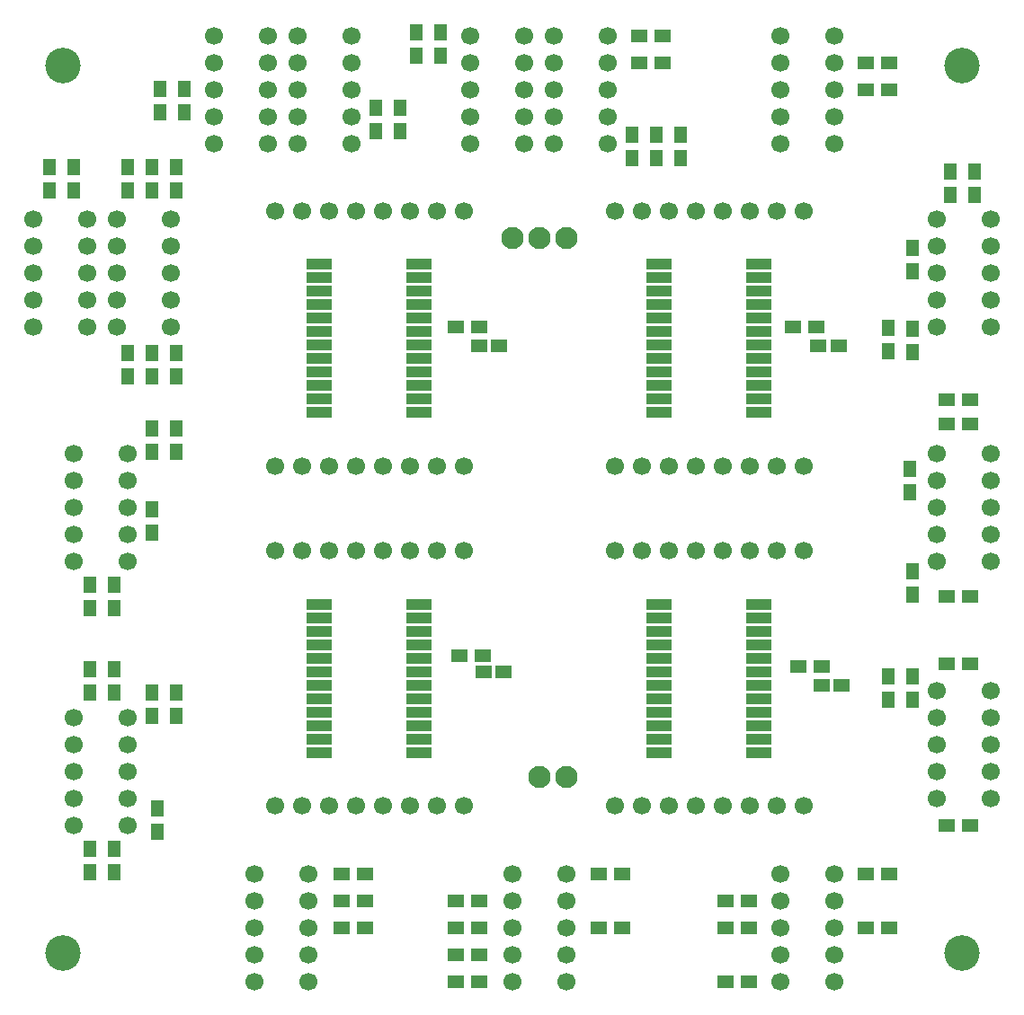
<source format=gbr>
G04 #@! TF.GenerationSoftware,KiCad,Pcbnew,(5.0.0)*
G04 #@! TF.CreationDate,2018-10-04T20:20:06-05:00*
G04 #@! TF.ProjectId,Conventional_Display,436F6E76656E74696F6E616C5F446973,rev?*
G04 #@! TF.SameCoordinates,Original*
G04 #@! TF.FileFunction,Soldermask,Bot*
G04 #@! TF.FilePolarity,Negative*
%FSLAX46Y46*%
G04 Gerber Fmt 4.6, Leading zero omitted, Abs format (unit mm)*
G04 Created by KiCad (PCBNEW (5.0.0)) date 10/04/18 20:20:06*
%MOMM*%
%LPD*%
G01*
G04 APERTURE LIST*
%ADD10C,1.700000*%
%ADD11C,3.346400*%
%ADD12R,1.600000X1.300000*%
%ADD13R,2.400000X1.000000*%
%ADD14R,1.600000X1.150000*%
%ADD15R,1.300000X1.600000*%
%ADD16C,2.100000*%
G04 APERTURE END LIST*
D10*
G04 #@! TO.C,U21*
X102235000Y-82943700D03*
X99695000Y-82943700D03*
X97155000Y-82943700D03*
X94615000Y-82943700D03*
X92075000Y-82943700D03*
X89535000Y-82943700D03*
X86995000Y-82943700D03*
X84455000Y-82943700D03*
X102235000Y-58940700D03*
X99695000Y-58940700D03*
X97155000Y-58940700D03*
X94615000Y-58940700D03*
X92075000Y-58940700D03*
X89535000Y-58940700D03*
X86995000Y-58940700D03*
X84455000Y-58940700D03*
G04 #@! TD*
D11*
G04 #@! TO.C,REF\002A\002A*
X149143720Y-128823720D03*
G04 #@! TD*
G04 #@! TO.C,REF\002A\002A*
X64470280Y-128823720D03*
G04 #@! TD*
G04 #@! TO.C,REF\002A\002A*
X64470280Y-45166280D03*
G04 #@! TD*
D10*
G04 #@! TO.C,U23*
X134266515Y-114973291D03*
X131726515Y-114973291D03*
X129186515Y-114973291D03*
X126646515Y-114973291D03*
X124106515Y-114973291D03*
X121566515Y-114973291D03*
X119026515Y-114973291D03*
X116486515Y-114973291D03*
X134266515Y-90970291D03*
X131726515Y-90970291D03*
X129186515Y-90970291D03*
X126646515Y-90970291D03*
X124106515Y-90970291D03*
X121566515Y-90970291D03*
X119026515Y-90970291D03*
X116486515Y-90970291D03*
G04 #@! TD*
D12*
G04 #@! TO.C,R63*
X103716000Y-69850000D03*
X101516000Y-69850000D03*
G04 #@! TD*
D10*
G04 #@! TO.C,U8*
X65532000Y-106680000D03*
X65532000Y-109220000D03*
X65532000Y-111760000D03*
X65532000Y-114300000D03*
X65532000Y-116840000D03*
X70612000Y-106680000D03*
X70612000Y-109220000D03*
X70612000Y-111760000D03*
X70612000Y-114300000D03*
X70612000Y-116840000D03*
G04 #@! TD*
G04 #@! TO.C,U4*
X146812000Y-104140000D03*
X146812000Y-106680000D03*
X146812000Y-109220000D03*
X146812000Y-111760000D03*
X146812000Y-114300000D03*
X151892000Y-104140000D03*
X151892000Y-106680000D03*
X151892000Y-109220000D03*
X151892000Y-111760000D03*
X151892000Y-114300000D03*
G04 #@! TD*
D13*
G04 #@! TO.C,U16*
X120674400Y-77914500D03*
X120674400Y-76644500D03*
X120674400Y-75374500D03*
X120674400Y-74104500D03*
X120674400Y-72834500D03*
X120674400Y-71564500D03*
X120674400Y-70294500D03*
X120674400Y-69024500D03*
X120674400Y-67754500D03*
X120674400Y-66484500D03*
X120674400Y-65214500D03*
X120674400Y-63944500D03*
X130074400Y-63944500D03*
X130074400Y-65214500D03*
X130074400Y-66484500D03*
X130074400Y-67754500D03*
X130074400Y-69024500D03*
X130074400Y-70294500D03*
X130074400Y-71564500D03*
X130074400Y-72834500D03*
X130074400Y-74104500D03*
X130074400Y-75374500D03*
X130074400Y-76644500D03*
X130074400Y-77914500D03*
G04 #@! TD*
D10*
G04 #@! TO.C,U20*
X134264400Y-82943700D03*
X131724400Y-82943700D03*
X129184400Y-82943700D03*
X126644400Y-82943700D03*
X124104400Y-82943700D03*
X121564400Y-82943700D03*
X119024400Y-82943700D03*
X116484400Y-82943700D03*
X134264400Y-58940700D03*
X131724400Y-58940700D03*
X129184400Y-58940700D03*
X126644400Y-58940700D03*
X124104400Y-58940700D03*
X121564400Y-58940700D03*
X119024400Y-58940700D03*
X116484400Y-58940700D03*
G04 #@! TD*
D14*
G04 #@! TO.C,C1*
X135636000Y-71628000D03*
X137536000Y-71628000D03*
G04 #@! TD*
G04 #@! TO.C,C2*
X103698000Y-71628000D03*
X105598000Y-71628000D03*
G04 #@! TD*
G04 #@! TO.C,C3*
X104104400Y-102362000D03*
X106004400Y-102362000D03*
G04 #@! TD*
G04 #@! TO.C,C4*
X135956000Y-103632000D03*
X137856000Y-103632000D03*
G04 #@! TD*
D12*
G04 #@! TO.C,R1*
X140124000Y-44958000D03*
X142324000Y-44958000D03*
G04 #@! TD*
G04 #@! TO.C,R2*
X140124000Y-47498000D03*
X142324000Y-47498000D03*
G04 #@! TD*
D15*
G04 #@! TO.C,R3*
X150368000Y-57404000D03*
X150368000Y-55204000D03*
G04 #@! TD*
G04 #@! TO.C,R4*
X148082000Y-57404000D03*
X148082000Y-55204000D03*
G04 #@! TD*
G04 #@! TO.C,R5*
X144526000Y-70020000D03*
X144526000Y-72220000D03*
G04 #@! TD*
G04 #@! TO.C,R6*
X142240000Y-69936000D03*
X142240000Y-72136000D03*
G04 #@! TD*
G04 #@! TO.C,R7*
X144526000Y-64600000D03*
X144526000Y-62400000D03*
G04 #@! TD*
D12*
G04 #@! TO.C,R8*
X149944000Y-76708000D03*
X147744000Y-76708000D03*
G04 #@! TD*
G04 #@! TO.C,R9*
X149944000Y-78994000D03*
X147744000Y-78994000D03*
G04 #@! TD*
G04 #@! TO.C,R10*
X149944000Y-95250000D03*
X147744000Y-95250000D03*
G04 #@! TD*
D15*
G04 #@! TO.C,R11*
X144526000Y-92880000D03*
X144526000Y-95080000D03*
G04 #@! TD*
G04 #@! TO.C,R12*
X144272000Y-85428000D03*
X144272000Y-83228000D03*
G04 #@! TD*
D12*
G04 #@! TO.C,R13*
X149944000Y-101600000D03*
X147744000Y-101600000D03*
G04 #@! TD*
G04 #@! TO.C,R14*
X149944000Y-116840000D03*
X147744000Y-116840000D03*
G04 #@! TD*
D15*
G04 #@! TO.C,R15*
X144526000Y-104986000D03*
X144526000Y-102786000D03*
G04 #@! TD*
G04 #@! TO.C,R16*
X142240000Y-104986000D03*
X142240000Y-102786000D03*
G04 #@! TD*
D12*
G04 #@! TO.C,R17*
X140124000Y-121412000D03*
X142324000Y-121412000D03*
G04 #@! TD*
G04 #@! TO.C,R18*
X140124000Y-126492000D03*
X142324000Y-126492000D03*
G04 #@! TD*
G04 #@! TO.C,R19*
X129116000Y-131572000D03*
X126916000Y-131572000D03*
G04 #@! TD*
G04 #@! TO.C,R20*
X129116000Y-123952000D03*
X126916000Y-123952000D03*
G04 #@! TD*
G04 #@! TO.C,R21*
X129116000Y-126492000D03*
X126916000Y-126492000D03*
G04 #@! TD*
G04 #@! TO.C,R22*
X114978000Y-121412000D03*
X117178000Y-121412000D03*
G04 #@! TD*
G04 #@! TO.C,R23*
X114978000Y-126492000D03*
X117178000Y-126492000D03*
G04 #@! TD*
G04 #@! TO.C,R24*
X103716000Y-131572000D03*
X101516000Y-131572000D03*
G04 #@! TD*
G04 #@! TO.C,R25*
X103716000Y-129032000D03*
X101516000Y-129032000D03*
G04 #@! TD*
G04 #@! TO.C,R26*
X103716000Y-123952000D03*
X101516000Y-123952000D03*
G04 #@! TD*
G04 #@! TO.C,R27*
X103716000Y-126492000D03*
X101516000Y-126492000D03*
G04 #@! TD*
G04 #@! TO.C,R28*
X90764000Y-121412000D03*
X92964000Y-121412000D03*
G04 #@! TD*
G04 #@! TO.C,R29*
X90764000Y-123952000D03*
X92964000Y-123952000D03*
G04 #@! TD*
G04 #@! TO.C,R30*
X90764000Y-126492000D03*
X92964000Y-126492000D03*
G04 #@! TD*
D15*
G04 #@! TO.C,R31*
X72898000Y-106510000D03*
X72898000Y-104310000D03*
G04 #@! TD*
G04 #@! TO.C,R32*
X75184000Y-106510000D03*
X75184000Y-104310000D03*
G04 #@! TD*
G04 #@! TO.C,R33*
X73406000Y-115232000D03*
X73406000Y-117432000D03*
G04 #@! TD*
G04 #@! TO.C,R34*
X67056000Y-119042000D03*
X67056000Y-121242000D03*
G04 #@! TD*
G04 #@! TO.C,R35*
X69342000Y-119042000D03*
X69342000Y-121242000D03*
G04 #@! TD*
G04 #@! TO.C,R36*
X67056000Y-104308000D03*
X67056000Y-102108000D03*
G04 #@! TD*
G04 #@! TO.C,R37*
X69342000Y-104308000D03*
X69342000Y-102108000D03*
G04 #@! TD*
G04 #@! TO.C,R38*
X72898000Y-81618000D03*
X72898000Y-79418000D03*
G04 #@! TD*
G04 #@! TO.C,R39*
X75184000Y-81618000D03*
X75184000Y-79418000D03*
G04 #@! TD*
G04 #@! TO.C,R40*
X72898000Y-87038000D03*
X72898000Y-89238000D03*
G04 #@! TD*
G04 #@! TO.C,R41*
X69342000Y-94150000D03*
X69342000Y-96350000D03*
G04 #@! TD*
G04 #@! TO.C,R42*
X67056000Y-94150000D03*
X67056000Y-96350000D03*
G04 #@! TD*
G04 #@! TO.C,R43*
X65532000Y-56980000D03*
X65532000Y-54780000D03*
G04 #@! TD*
G04 #@! TO.C,R44*
X63246000Y-56980000D03*
X63246000Y-54780000D03*
G04 #@! TD*
G04 #@! TO.C,R45*
X73660000Y-47414000D03*
X73660000Y-49614000D03*
G04 #@! TD*
G04 #@! TO.C,R46*
X75946000Y-47414000D03*
X75946000Y-49614000D03*
G04 #@! TD*
G04 #@! TO.C,R47*
X100076000Y-44280000D03*
X100076000Y-42080000D03*
G04 #@! TD*
G04 #@! TO.C,R48*
X97790000Y-44280000D03*
X97790000Y-42080000D03*
G04 #@! TD*
G04 #@! TO.C,R49*
X75184000Y-56980000D03*
X75184000Y-54780000D03*
G04 #@! TD*
G04 #@! TO.C,R50*
X72898000Y-56980000D03*
X72898000Y-54780000D03*
G04 #@! TD*
G04 #@! TO.C,R51*
X75184000Y-72306000D03*
X75184000Y-74506000D03*
G04 #@! TD*
G04 #@! TO.C,R52*
X70612000Y-72306000D03*
X70612000Y-74506000D03*
G04 #@! TD*
G04 #@! TO.C,R53*
X72898000Y-72306000D03*
X72898000Y-74506000D03*
G04 #@! TD*
G04 #@! TO.C,R54*
X70612000Y-56980000D03*
X70612000Y-54780000D03*
G04 #@! TD*
G04 #@! TO.C,R55*
X96266000Y-49192000D03*
X96266000Y-51392000D03*
G04 #@! TD*
G04 #@! TO.C,R56*
X93980000Y-49192000D03*
X93980000Y-51392000D03*
G04 #@! TD*
D12*
G04 #@! TO.C,R57*
X118788000Y-42418000D03*
X120988000Y-42418000D03*
G04 #@! TD*
G04 #@! TO.C,R58*
X118788000Y-44958000D03*
X120988000Y-44958000D03*
G04 #@! TD*
D15*
G04 #@! TO.C,R59*
X118110000Y-51732000D03*
X118110000Y-53932000D03*
G04 #@! TD*
G04 #@! TO.C,R60*
X120396000Y-51732000D03*
X120396000Y-53932000D03*
G04 #@! TD*
G04 #@! TO.C,R61*
X122682000Y-51732000D03*
X122682000Y-53932000D03*
G04 #@! TD*
D12*
G04 #@! TO.C,R62*
X135466000Y-69850000D03*
X133266000Y-69850000D03*
G04 #@! TD*
G04 #@! TO.C,R64*
X104038400Y-100838000D03*
X101838400Y-100838000D03*
G04 #@! TD*
G04 #@! TO.C,R65*
X135974000Y-101854000D03*
X133774000Y-101854000D03*
G04 #@! TD*
D10*
G04 #@! TO.C,U1*
X132080000Y-42418000D03*
X132080000Y-44958000D03*
X132080000Y-47498000D03*
X132080000Y-50038000D03*
X132080000Y-52578000D03*
X137160000Y-42418000D03*
X137160000Y-44958000D03*
X137160000Y-47498000D03*
X137160000Y-50038000D03*
X137160000Y-52578000D03*
G04 #@! TD*
G04 #@! TO.C,U2*
X146812000Y-59690000D03*
X146812000Y-62230000D03*
X146812000Y-64770000D03*
X146812000Y-67310000D03*
X146812000Y-69850000D03*
X151892000Y-59690000D03*
X151892000Y-62230000D03*
X151892000Y-64770000D03*
X151892000Y-67310000D03*
X151892000Y-69850000D03*
G04 #@! TD*
G04 #@! TO.C,U3*
X146812000Y-81788000D03*
X146812000Y-84328000D03*
X146812000Y-86868000D03*
X146812000Y-89408000D03*
X146812000Y-91948000D03*
X151892000Y-81788000D03*
X151892000Y-84328000D03*
X151892000Y-86868000D03*
X151892000Y-89408000D03*
X151892000Y-91948000D03*
G04 #@! TD*
G04 #@! TO.C,U5*
X132080000Y-121412000D03*
X132080000Y-123952000D03*
X132080000Y-126492000D03*
X132080000Y-129032000D03*
X132080000Y-131572000D03*
X137160000Y-121412000D03*
X137160000Y-123952000D03*
X137160000Y-126492000D03*
X137160000Y-129032000D03*
X137160000Y-131572000D03*
G04 #@! TD*
G04 #@! TO.C,U6*
X106870500Y-121412000D03*
X106870500Y-123952000D03*
X106870500Y-126492000D03*
X106870500Y-129032000D03*
X106870500Y-131572000D03*
X111950500Y-121412000D03*
X111950500Y-123952000D03*
X111950500Y-126492000D03*
X111950500Y-129032000D03*
X111950500Y-131572000D03*
G04 #@! TD*
G04 #@! TO.C,U7*
X82550000Y-121412000D03*
X82550000Y-123952000D03*
X82550000Y-126492000D03*
X82550000Y-129032000D03*
X82550000Y-131572000D03*
X87630000Y-121412000D03*
X87630000Y-123952000D03*
X87630000Y-126492000D03*
X87630000Y-129032000D03*
X87630000Y-131572000D03*
G04 #@! TD*
G04 #@! TO.C,U9*
X65532000Y-81788000D03*
X65532000Y-84328000D03*
X65532000Y-86868000D03*
X65532000Y-89408000D03*
X65532000Y-91948000D03*
X70612000Y-81788000D03*
X70612000Y-84328000D03*
X70612000Y-86868000D03*
X70612000Y-89408000D03*
X70612000Y-91948000D03*
G04 #@! TD*
G04 #@! TO.C,U10*
X61722000Y-59690000D03*
X61722000Y-62230000D03*
X61722000Y-64770000D03*
X61722000Y-67310000D03*
X61722000Y-69850000D03*
X66802000Y-59690000D03*
X66802000Y-62230000D03*
X66802000Y-64770000D03*
X66802000Y-67310000D03*
X66802000Y-69850000D03*
G04 #@! TD*
G04 #@! TO.C,U11*
X78740000Y-42418000D03*
X78740000Y-44958000D03*
X78740000Y-47498000D03*
X78740000Y-50038000D03*
X78740000Y-52578000D03*
X83820000Y-42418000D03*
X83820000Y-44958000D03*
X83820000Y-47498000D03*
X83820000Y-50038000D03*
X83820000Y-52578000D03*
G04 #@! TD*
G04 #@! TO.C,U12*
X102870000Y-42418000D03*
X102870000Y-44958000D03*
X102870000Y-47498000D03*
X102870000Y-50038000D03*
X102870000Y-52578000D03*
X107950000Y-42418000D03*
X107950000Y-44958000D03*
X107950000Y-47498000D03*
X107950000Y-50038000D03*
X107950000Y-52578000D03*
G04 #@! TD*
G04 #@! TO.C,U13*
X69596000Y-59690000D03*
X69596000Y-62230000D03*
X69596000Y-64770000D03*
X69596000Y-67310000D03*
X69596000Y-69850000D03*
X74676000Y-59690000D03*
X74676000Y-62230000D03*
X74676000Y-64770000D03*
X74676000Y-67310000D03*
X74676000Y-69850000D03*
G04 #@! TD*
G04 #@! TO.C,U14*
X86614000Y-42418000D03*
X86614000Y-44958000D03*
X86614000Y-47498000D03*
X86614000Y-50038000D03*
X86614000Y-52578000D03*
X91694000Y-42418000D03*
X91694000Y-44958000D03*
X91694000Y-47498000D03*
X91694000Y-50038000D03*
X91694000Y-52578000D03*
G04 #@! TD*
G04 #@! TO.C,U15*
X110744000Y-42418000D03*
X110744000Y-44958000D03*
X110744000Y-47498000D03*
X110744000Y-50038000D03*
X110744000Y-52578000D03*
X115824000Y-42418000D03*
X115824000Y-44958000D03*
X115824000Y-47498000D03*
X115824000Y-50038000D03*
X115824000Y-52578000D03*
G04 #@! TD*
D13*
G04 #@! TO.C,U17*
X88645000Y-77914500D03*
X88645000Y-76644500D03*
X88645000Y-75374500D03*
X88645000Y-74104500D03*
X88645000Y-72834500D03*
X88645000Y-71564500D03*
X88645000Y-70294500D03*
X88645000Y-69024500D03*
X88645000Y-67754500D03*
X88645000Y-66484500D03*
X88645000Y-65214500D03*
X88645000Y-63944500D03*
X98045000Y-63944500D03*
X98045000Y-65214500D03*
X98045000Y-66484500D03*
X98045000Y-67754500D03*
X98045000Y-69024500D03*
X98045000Y-70294500D03*
X98045000Y-71564500D03*
X98045000Y-72834500D03*
X98045000Y-74104500D03*
X98045000Y-75374500D03*
X98045000Y-76644500D03*
X98045000Y-77914500D03*
G04 #@! TD*
G04 #@! TO.C,U18*
X88645000Y-109943900D03*
X88645000Y-108673900D03*
X88645000Y-107403900D03*
X88645000Y-106133900D03*
X88645000Y-104863900D03*
X88645000Y-103593900D03*
X88645000Y-102323900D03*
X88645000Y-101053900D03*
X88645000Y-99783900D03*
X88645000Y-98513900D03*
X88645000Y-97243900D03*
X88645000Y-95973900D03*
X98045000Y-95973900D03*
X98045000Y-97243900D03*
X98045000Y-98513900D03*
X98045000Y-99783900D03*
X98045000Y-101053900D03*
X98045000Y-102323900D03*
X98045000Y-103593900D03*
X98045000Y-104863900D03*
X98045000Y-106133900D03*
X98045000Y-107403900D03*
X98045000Y-108673900D03*
X98045000Y-109943900D03*
G04 #@! TD*
G04 #@! TO.C,U19*
X120674400Y-109943900D03*
X120674400Y-108673900D03*
X120674400Y-107403900D03*
X120674400Y-106133900D03*
X120674400Y-104863900D03*
X120674400Y-103593900D03*
X120674400Y-102323900D03*
X120674400Y-101053900D03*
X120674400Y-99783900D03*
X120674400Y-98513900D03*
X120674400Y-97243900D03*
X120674400Y-95973900D03*
X130074400Y-95973900D03*
X130074400Y-97243900D03*
X130074400Y-98513900D03*
X130074400Y-99783900D03*
X130074400Y-101053900D03*
X130074400Y-102323900D03*
X130074400Y-103593900D03*
X130074400Y-104863900D03*
X130074400Y-106133900D03*
X130074400Y-107403900D03*
X130074400Y-108673900D03*
X130074400Y-109943900D03*
G04 #@! TD*
D10*
G04 #@! TO.C,U22*
X102235000Y-114973100D03*
X99695000Y-114973100D03*
X97155000Y-114973100D03*
X94615000Y-114973100D03*
X92075000Y-114973100D03*
X89535000Y-114973100D03*
X86995000Y-114973100D03*
X84455000Y-114973100D03*
X102235000Y-90970100D03*
X99695000Y-90970100D03*
X97155000Y-90970100D03*
X94615000Y-90970100D03*
X92075000Y-90970100D03*
X89535000Y-90970100D03*
X86995000Y-90970100D03*
X84455000Y-90970100D03*
G04 #@! TD*
D11*
G04 #@! TO.C,REF\002A\002A*
X149143720Y-45166280D03*
G04 #@! TD*
D16*
G04 #@! TO.C,J1*
X109372400Y-61468000D03*
X111912400Y-61468000D03*
X106832400Y-61468000D03*
X109372400Y-112268000D03*
X111912400Y-112268000D03*
G04 #@! TD*
M02*

</source>
